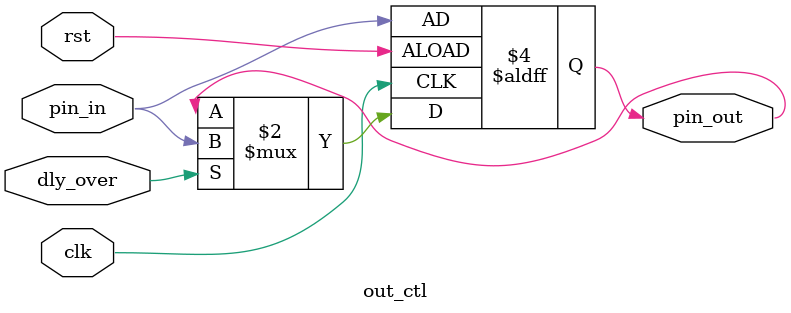
<source format=v>
`timescale 1ns / 1ps

module out_ctl(
    input clk,           // Clock signal input
    input rst,           // Reset signal input (active-high)
    input dly_over,      // Delay over signal input (indicating when delay is complete)
    input pin_in,        // Input signal to be passed to the output
    output reg pin_out   // Output signal that controls the external pin
    );

    // Always block triggered on the positive edge of the clock or reset
    always @(posedge clk or posedge rst)
    begin
        if (rst) 
            // If reset is active, set output pin (`pin_out`) to the value of input (`pin_in`)
            pin_out <= pin_in;
        else if (dly_over) 
            // If delay is over (dly_over is high), set output pin (`pin_out`) to the value of input (`pin_in`)
            pin_out <= pin_in;
    end
endmodule

</source>
